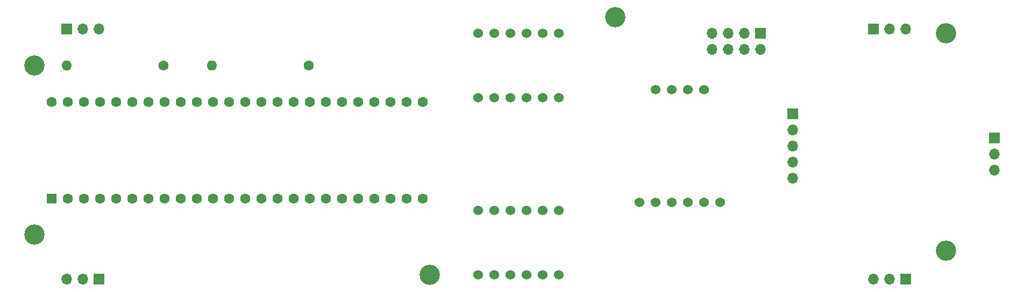
<source format=gbr>
%TF.GenerationSoftware,KiCad,Pcbnew,6.0.6-3a73a75311~116~ubuntu20.04.1*%
%TF.CreationDate,2022-07-24T23:56:34-04:00*%
%TF.ProjectId,flight_controller,666c6967-6874-45f6-936f-6e74726f6c6c,rev?*%
%TF.SameCoordinates,Original*%
%TF.FileFunction,Soldermask,Bot*%
%TF.FilePolarity,Negative*%
%FSLAX46Y46*%
G04 Gerber Fmt 4.6, Leading zero omitted, Abs format (unit mm)*
G04 Created by KiCad (PCBNEW 6.0.6-3a73a75311~116~ubuntu20.04.1) date 2022-07-24 23:56:34*
%MOMM*%
%LPD*%
G01*
G04 APERTURE LIST*
%ADD10C,3.200000*%
%ADD11R,1.700000X1.700000*%
%ADD12O,1.700000X1.700000*%
%ADD13C,1.524000*%
%ADD14R,1.600000X1.600000*%
%ADD15C,1.600000*%
%ADD16O,1.600000X1.600000*%
G04 APERTURE END LIST*
D10*
%TO.C,REF\u002A\u002A*%
X161290000Y-127000000D03*
%TD*%
%TO.C,REF\u002A\u002A*%
X99060000Y-93980000D03*
%TD*%
%TO.C,REF\u002A\u002A*%
X99060000Y-120650000D03*
%TD*%
%TO.C,REF\u002A\u002A*%
X190500000Y-86360000D03*
%TD*%
%TO.C,REF\u002A\u002A*%
X242570000Y-123190000D03*
%TD*%
%TO.C,REF\u002A\u002A*%
X242570000Y-88900000D03*
%TD*%
D11*
%TO.C,J7*%
X250190000Y-105425000D03*
D12*
X250190000Y-107965000D03*
X250190000Y-110505000D03*
%TD*%
D11*
%TO.C,J5*%
X109205000Y-127705000D03*
D12*
X106665000Y-127705000D03*
X104125000Y-127705000D03*
%TD*%
D13*
%TO.C,A1*%
X194310000Y-115570000D03*
X196850000Y-115570000D03*
X199390000Y-115570000D03*
X201930000Y-115570000D03*
X204470000Y-115570000D03*
X207010000Y-115570000D03*
X204470000Y-97790000D03*
X201930000Y-97790000D03*
X199390000Y-97790000D03*
X196850000Y-97790000D03*
%TD*%
D14*
%TO.C,U1*%
X101735000Y-114950000D03*
D15*
X104275000Y-114950000D03*
X106815000Y-114950000D03*
X109355000Y-114950000D03*
X111895000Y-114950000D03*
X114435000Y-114950000D03*
X116975000Y-114950000D03*
X119515000Y-114950000D03*
X122055000Y-114950000D03*
X124595000Y-114950000D03*
X127135000Y-114950000D03*
X129675000Y-114950000D03*
X132215000Y-114950000D03*
X134755000Y-114950000D03*
X137295000Y-114950000D03*
X139835000Y-114950000D03*
X142375000Y-114950000D03*
X144915000Y-114950000D03*
X147455000Y-114950000D03*
X149995000Y-114950000D03*
X152535000Y-114950000D03*
X155075000Y-114950000D03*
X157615000Y-114950000D03*
X160155000Y-114950000D03*
X160155000Y-99710000D03*
X157615000Y-99710000D03*
X155075000Y-99710000D03*
X152535000Y-99710000D03*
X149995000Y-99710000D03*
X147455000Y-99710000D03*
X144915000Y-99710000D03*
X142375000Y-99710000D03*
X139835000Y-99710000D03*
X137295000Y-99710000D03*
X134755000Y-99710000D03*
X132215000Y-99710000D03*
X129675000Y-99710000D03*
X127135000Y-99710000D03*
X124595000Y-99710000D03*
X122055000Y-99710000D03*
X119515000Y-99710000D03*
X116975000Y-99710000D03*
X114435000Y-99710000D03*
X111895000Y-99710000D03*
X109355000Y-99710000D03*
X106815000Y-99710000D03*
X104275000Y-99710000D03*
X101735000Y-99710000D03*
%TD*%
D11*
%TO.C,J3*%
X104155000Y-88195000D03*
D12*
X106695000Y-88195000D03*
X109235000Y-88195000D03*
%TD*%
D13*
%TO.C,U2*%
X181610000Y-116840000D03*
X179070000Y-116840000D03*
X176530000Y-116840000D03*
X173990000Y-116840000D03*
X171450000Y-116840000D03*
X168910000Y-116840000D03*
X168910000Y-127000000D03*
X171450000Y-127000000D03*
X173990000Y-127000000D03*
X176530000Y-127000000D03*
X179070000Y-127000000D03*
X181610000Y-127000000D03*
%TD*%
D15*
%TO.C,R2*%
X142240000Y-93980000D03*
D16*
X127000000Y-93980000D03*
%TD*%
D11*
%TO.C,J2*%
X231155000Y-88195000D03*
D12*
X233695000Y-88195000D03*
X236235000Y-88195000D03*
%TD*%
D11*
%TO.C,J4*%
X236205000Y-127705000D03*
D12*
X233665000Y-127705000D03*
X231125000Y-127705000D03*
%TD*%
D11*
%TO.C,J1*%
X213350000Y-88895000D03*
D12*
X213350000Y-91435000D03*
X210810000Y-88895000D03*
X210810000Y-91435000D03*
X208270000Y-88895000D03*
X208270000Y-91435000D03*
X205730000Y-88895000D03*
X205730000Y-91435000D03*
%TD*%
D13*
%TO.C,U3*%
X181610000Y-88900000D03*
X179070000Y-88900000D03*
X176530000Y-88900000D03*
X173990000Y-88900000D03*
X171450000Y-88900000D03*
X168910000Y-88900000D03*
X168910000Y-99060000D03*
X171450000Y-99060000D03*
X173990000Y-99060000D03*
X176530000Y-99060000D03*
X179070000Y-99060000D03*
X181610000Y-99060000D03*
%TD*%
D11*
%TO.C,J6*%
X218440000Y-101600000D03*
D12*
X218440000Y-104140000D03*
X218440000Y-106680000D03*
X218440000Y-109220000D03*
X218440000Y-111760000D03*
%TD*%
D15*
%TO.C,R1*%
X119380000Y-93980000D03*
D16*
X104140000Y-93980000D03*
%TD*%
M02*

</source>
